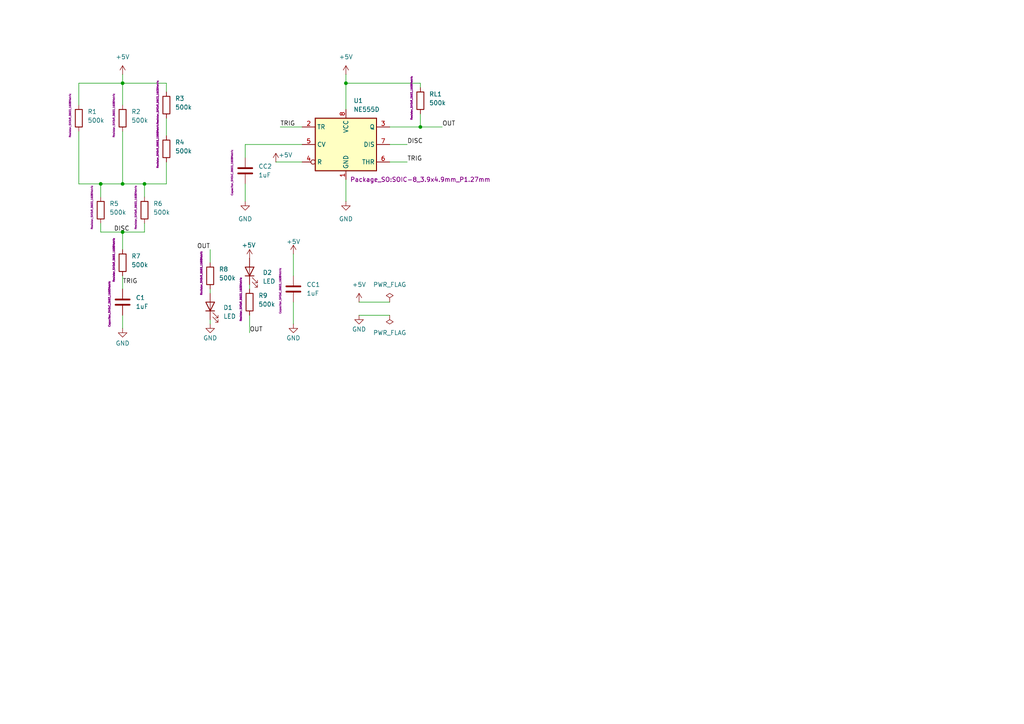
<source format=kicad_sch>
(kicad_sch
	(version 20231120)
	(generator "eeschema")
	(generator_version "8.0")
	(uuid "a15697f5-9dc9-400f-a8ea-0457a99d584f")
	(paper "A4")
	(lib_symbols
		(symbol "Device:C"
			(pin_numbers hide)
			(pin_names
				(offset 0.254)
			)
			(exclude_from_sim no)
			(in_bom yes)
			(on_board yes)
			(property "Reference" "C"
				(at 0.635 2.54 0)
				(effects
					(font
						(size 1.27 1.27)
					)
					(justify left)
				)
			)
			(property "Value" "C"
				(at 0.635 -2.54 0)
				(effects
					(font
						(size 1.27 1.27)
					)
					(justify left)
				)
			)
			(property "Footprint" ""
				(at 0.9652 -3.81 0)
				(effects
					(font
						(size 1.27 1.27)
					)
					(hide yes)
				)
			)
			(property "Datasheet" "~"
				(at 0 0 0)
				(effects
					(font
						(size 1.27 1.27)
					)
					(hide yes)
				)
			)
			(property "Description" "Unpolarized capacitor"
				(at 0 0 0)
				(effects
					(font
						(size 1.27 1.27)
					)
					(hide yes)
				)
			)
			(property "ki_keywords" "cap capacitor"
				(at 0 0 0)
				(effects
					(font
						(size 1.27 1.27)
					)
					(hide yes)
				)
			)
			(property "ki_fp_filters" "C_*"
				(at 0 0 0)
				(effects
					(font
						(size 1.27 1.27)
					)
					(hide yes)
				)
			)
			(symbol "C_0_1"
				(polyline
					(pts
						(xy -2.032 -0.762) (xy 2.032 -0.762)
					)
					(stroke
						(width 0.508)
						(type default)
					)
					(fill
						(type none)
					)
				)
				(polyline
					(pts
						(xy -2.032 0.762) (xy 2.032 0.762)
					)
					(stroke
						(width 0.508)
						(type default)
					)
					(fill
						(type none)
					)
				)
			)
			(symbol "C_1_1"
				(pin passive line
					(at 0 3.81 270)
					(length 2.794)
					(name "~"
						(effects
							(font
								(size 1.27 1.27)
							)
						)
					)
					(number "1"
						(effects
							(font
								(size 1.27 1.27)
							)
						)
					)
				)
				(pin passive line
					(at 0 -3.81 90)
					(length 2.794)
					(name "~"
						(effects
							(font
								(size 1.27 1.27)
							)
						)
					)
					(number "2"
						(effects
							(font
								(size 1.27 1.27)
							)
						)
					)
				)
			)
		)
		(symbol "Device:LED"
			(pin_numbers hide)
			(pin_names
				(offset 1.016) hide)
			(exclude_from_sim no)
			(in_bom yes)
			(on_board yes)
			(property "Reference" "D"
				(at 0 2.54 0)
				(effects
					(font
						(size 1.27 1.27)
					)
				)
			)
			(property "Value" "LED"
				(at 0 -2.54 0)
				(effects
					(font
						(size 1.27 1.27)
					)
				)
			)
			(property "Footprint" ""
				(at 0 0 0)
				(effects
					(font
						(size 1.27 1.27)
					)
					(hide yes)
				)
			)
			(property "Datasheet" "~"
				(at 0 0 0)
				(effects
					(font
						(size 1.27 1.27)
					)
					(hide yes)
				)
			)
			(property "Description" "Light emitting diode"
				(at 0 0 0)
				(effects
					(font
						(size 1.27 1.27)
					)
					(hide yes)
				)
			)
			(property "ki_keywords" "LED diode"
				(at 0 0 0)
				(effects
					(font
						(size 1.27 1.27)
					)
					(hide yes)
				)
			)
			(property "ki_fp_filters" "LED* LED_SMD:* LED_THT:*"
				(at 0 0 0)
				(effects
					(font
						(size 1.27 1.27)
					)
					(hide yes)
				)
			)
			(symbol "LED_0_1"
				(polyline
					(pts
						(xy -1.27 -1.27) (xy -1.27 1.27)
					)
					(stroke
						(width 0.254)
						(type default)
					)
					(fill
						(type none)
					)
				)
				(polyline
					(pts
						(xy -1.27 0) (xy 1.27 0)
					)
					(stroke
						(width 0)
						(type default)
					)
					(fill
						(type none)
					)
				)
				(polyline
					(pts
						(xy 1.27 -1.27) (xy 1.27 1.27) (xy -1.27 0) (xy 1.27 -1.27)
					)
					(stroke
						(width 0.254)
						(type default)
					)
					(fill
						(type none)
					)
				)
				(polyline
					(pts
						(xy -3.048 -0.762) (xy -4.572 -2.286) (xy -3.81 -2.286) (xy -4.572 -2.286) (xy -4.572 -1.524)
					)
					(stroke
						(width 0)
						(type default)
					)
					(fill
						(type none)
					)
				)
				(polyline
					(pts
						(xy -1.778 -0.762) (xy -3.302 -2.286) (xy -2.54 -2.286) (xy -3.302 -2.286) (xy -3.302 -1.524)
					)
					(stroke
						(width 0)
						(type default)
					)
					(fill
						(type none)
					)
				)
			)
			(symbol "LED_1_1"
				(pin passive line
					(at -3.81 0 0)
					(length 2.54)
					(name "K"
						(effects
							(font
								(size 1.27 1.27)
							)
						)
					)
					(number "1"
						(effects
							(font
								(size 1.27 1.27)
							)
						)
					)
				)
				(pin passive line
					(at 3.81 0 180)
					(length 2.54)
					(name "A"
						(effects
							(font
								(size 1.27 1.27)
							)
						)
					)
					(number "2"
						(effects
							(font
								(size 1.27 1.27)
							)
						)
					)
				)
			)
		)
		(symbol "Device:R"
			(pin_numbers hide)
			(pin_names
				(offset 0)
			)
			(exclude_from_sim no)
			(in_bom yes)
			(on_board yes)
			(property "Reference" "R"
				(at 2.032 0 90)
				(effects
					(font
						(size 1.27 1.27)
					)
				)
			)
			(property "Value" "R"
				(at 0 0 90)
				(effects
					(font
						(size 1.27 1.27)
					)
				)
			)
			(property "Footprint" ""
				(at -1.778 0 90)
				(effects
					(font
						(size 1.27 1.27)
					)
					(hide yes)
				)
			)
			(property "Datasheet" "~"
				(at 0 0 0)
				(effects
					(font
						(size 1.27 1.27)
					)
					(hide yes)
				)
			)
			(property "Description" "Resistor"
				(at 0 0 0)
				(effects
					(font
						(size 1.27 1.27)
					)
					(hide yes)
				)
			)
			(property "ki_keywords" "R res resistor"
				(at 0 0 0)
				(effects
					(font
						(size 1.27 1.27)
					)
					(hide yes)
				)
			)
			(property "ki_fp_filters" "R_*"
				(at 0 0 0)
				(effects
					(font
						(size 1.27 1.27)
					)
					(hide yes)
				)
			)
			(symbol "R_0_1"
				(rectangle
					(start -1.016 -2.54)
					(end 1.016 2.54)
					(stroke
						(width 0.254)
						(type default)
					)
					(fill
						(type none)
					)
				)
			)
			(symbol "R_1_1"
				(pin passive line
					(at 0 3.81 270)
					(length 1.27)
					(name "~"
						(effects
							(font
								(size 1.27 1.27)
							)
						)
					)
					(number "1"
						(effects
							(font
								(size 1.27 1.27)
							)
						)
					)
				)
				(pin passive line
					(at 0 -3.81 90)
					(length 1.27)
					(name "~"
						(effects
							(font
								(size 1.27 1.27)
							)
						)
					)
					(number "2"
						(effects
							(font
								(size 1.27 1.27)
							)
						)
					)
				)
			)
		)
		(symbol "Timer:NE555D"
			(exclude_from_sim no)
			(in_bom yes)
			(on_board yes)
			(property "Reference" "U"
				(at -10.16 8.89 0)
				(effects
					(font
						(size 1.27 1.27)
					)
					(justify left)
				)
			)
			(property "Value" "NE555D"
				(at 2.54 8.89 0)
				(effects
					(font
						(size 1.27 1.27)
					)
					(justify left)
				)
			)
			(property "Footprint" "Package_SO:SOIC-8_3.9x4.9mm_P1.27mm"
				(at 21.59 -10.16 0)
				(effects
					(font
						(size 1.27 1.27)
					)
					(hide yes)
				)
			)
			(property "Datasheet" "http://www.ti.com/lit/ds/symlink/ne555.pdf"
				(at 21.59 -10.16 0)
				(effects
					(font
						(size 1.27 1.27)
					)
					(hide yes)
				)
			)
			(property "Description" "Precision Timers, 555 compatible, SOIC-8"
				(at 0 0 0)
				(effects
					(font
						(size 1.27 1.27)
					)
					(hide yes)
				)
			)
			(property "ki_keywords" "single timer 555"
				(at 0 0 0)
				(effects
					(font
						(size 1.27 1.27)
					)
					(hide yes)
				)
			)
			(property "ki_fp_filters" "SOIC*3.9x4.9mm*P1.27mm*"
				(at 0 0 0)
				(effects
					(font
						(size 1.27 1.27)
					)
					(hide yes)
				)
			)
			(symbol "NE555D_0_0"
				(pin power_in line
					(at 0 -10.16 90)
					(length 2.54)
					(name "GND"
						(effects
							(font
								(size 1.27 1.27)
							)
						)
					)
					(number "1"
						(effects
							(font
								(size 1.27 1.27)
							)
						)
					)
				)
				(pin power_in line
					(at 0 10.16 270)
					(length 2.54)
					(name "VCC"
						(effects
							(font
								(size 1.27 1.27)
							)
						)
					)
					(number "8"
						(effects
							(font
								(size 1.27 1.27)
							)
						)
					)
				)
			)
			(symbol "NE555D_0_1"
				(rectangle
					(start -8.89 -7.62)
					(end 8.89 7.62)
					(stroke
						(width 0.254)
						(type default)
					)
					(fill
						(type background)
					)
				)
				(rectangle
					(start -8.89 -7.62)
					(end 8.89 7.62)
					(stroke
						(width 0.254)
						(type default)
					)
					(fill
						(type background)
					)
				)
			)
			(symbol "NE555D_1_1"
				(pin input line
					(at -12.7 5.08 0)
					(length 3.81)
					(name "TR"
						(effects
							(font
								(size 1.27 1.27)
							)
						)
					)
					(number "2"
						(effects
							(font
								(size 1.27 1.27)
							)
						)
					)
				)
				(pin output line
					(at 12.7 5.08 180)
					(length 3.81)
					(name "Q"
						(effects
							(font
								(size 1.27 1.27)
							)
						)
					)
					(number "3"
						(effects
							(font
								(size 1.27 1.27)
							)
						)
					)
				)
				(pin input inverted
					(at -12.7 -5.08 0)
					(length 3.81)
					(name "R"
						(effects
							(font
								(size 1.27 1.27)
							)
						)
					)
					(number "4"
						(effects
							(font
								(size 1.27 1.27)
							)
						)
					)
				)
				(pin input line
					(at -12.7 0 0)
					(length 3.81)
					(name "CV"
						(effects
							(font
								(size 1.27 1.27)
							)
						)
					)
					(number "5"
						(effects
							(font
								(size 1.27 1.27)
							)
						)
					)
				)
				(pin input line
					(at 12.7 -5.08 180)
					(length 3.81)
					(name "THR"
						(effects
							(font
								(size 1.27 1.27)
							)
						)
					)
					(number "6"
						(effects
							(font
								(size 1.27 1.27)
							)
						)
					)
				)
				(pin input line
					(at 12.7 0 180)
					(length 3.81)
					(name "DIS"
						(effects
							(font
								(size 1.27 1.27)
							)
						)
					)
					(number "7"
						(effects
							(font
								(size 1.27 1.27)
							)
						)
					)
				)
			)
		)
		(symbol "power:+5V"
			(power)
			(pin_numbers hide)
			(pin_names
				(offset 0) hide)
			(exclude_from_sim no)
			(in_bom yes)
			(on_board yes)
			(property "Reference" "#PWR"
				(at 0 -3.81 0)
				(effects
					(font
						(size 1.27 1.27)
					)
					(hide yes)
				)
			)
			(property "Value" "+5V"
				(at 0 3.556 0)
				(effects
					(font
						(size 1.27 1.27)
					)
				)
			)
			(property "Footprint" ""
				(at 0 0 0)
				(effects
					(font
						(size 1.27 1.27)
					)
					(hide yes)
				)
			)
			(property "Datasheet" ""
				(at 0 0 0)
				(effects
					(font
						(size 1.27 1.27)
					)
					(hide yes)
				)
			)
			(property "Description" "Power symbol creates a global label with name \"+5V\""
				(at 0 0 0)
				(effects
					(font
						(size 1.27 1.27)
					)
					(hide yes)
				)
			)
			(property "ki_keywords" "global power"
				(at 0 0 0)
				(effects
					(font
						(size 1.27 1.27)
					)
					(hide yes)
				)
			)
			(symbol "+5V_0_1"
				(polyline
					(pts
						(xy -0.762 1.27) (xy 0 2.54)
					)
					(stroke
						(width 0)
						(type default)
					)
					(fill
						(type none)
					)
				)
				(polyline
					(pts
						(xy 0 0) (xy 0 2.54)
					)
					(stroke
						(width 0)
						(type default)
					)
					(fill
						(type none)
					)
				)
				(polyline
					(pts
						(xy 0 2.54) (xy 0.762 1.27)
					)
					(stroke
						(width 0)
						(type default)
					)
					(fill
						(type none)
					)
				)
			)
			(symbol "+5V_1_1"
				(pin power_in line
					(at 0 0 90)
					(length 0)
					(name "~"
						(effects
							(font
								(size 1.27 1.27)
							)
						)
					)
					(number "1"
						(effects
							(font
								(size 1.27 1.27)
							)
						)
					)
				)
			)
		)
		(symbol "power:GND"
			(power)
			(pin_numbers hide)
			(pin_names
				(offset 0) hide)
			(exclude_from_sim no)
			(in_bom yes)
			(on_board yes)
			(property "Reference" "#PWR"
				(at 0 -6.35 0)
				(effects
					(font
						(size 1.27 1.27)
					)
					(hide yes)
				)
			)
			(property "Value" "GND"
				(at 0 -3.81 0)
				(effects
					(font
						(size 1.27 1.27)
					)
				)
			)
			(property "Footprint" ""
				(at 0 0 0)
				(effects
					(font
						(size 1.27 1.27)
					)
					(hide yes)
				)
			)
			(property "Datasheet" ""
				(at 0 0 0)
				(effects
					(font
						(size 1.27 1.27)
					)
					(hide yes)
				)
			)
			(property "Description" "Power symbol creates a global label with name \"GND\" , ground"
				(at 0 0 0)
				(effects
					(font
						(size 1.27 1.27)
					)
					(hide yes)
				)
			)
			(property "ki_keywords" "global power"
				(at 0 0 0)
				(effects
					(font
						(size 1.27 1.27)
					)
					(hide yes)
				)
			)
			(symbol "GND_0_1"
				(polyline
					(pts
						(xy 0 0) (xy 0 -1.27) (xy 1.27 -1.27) (xy 0 -2.54) (xy -1.27 -1.27) (xy 0 -1.27)
					)
					(stroke
						(width 0)
						(type default)
					)
					(fill
						(type none)
					)
				)
			)
			(symbol "GND_1_1"
				(pin power_in line
					(at 0 0 270)
					(length 0)
					(name "~"
						(effects
							(font
								(size 1.27 1.27)
							)
						)
					)
					(number "1"
						(effects
							(font
								(size 1.27 1.27)
							)
						)
					)
				)
			)
		)
		(symbol "power:PWR_FLAG"
			(power)
			(pin_numbers hide)
			(pin_names
				(offset 0) hide)
			(exclude_from_sim no)
			(in_bom yes)
			(on_board yes)
			(property "Reference" "#FLG"
				(at 0 1.905 0)
				(effects
					(font
						(size 1.27 1.27)
					)
					(hide yes)
				)
			)
			(property "Value" "PWR_FLAG"
				(at 0 3.81 0)
				(effects
					(font
						(size 1.27 1.27)
					)
				)
			)
			(property "Footprint" ""
				(at 0 0 0)
				(effects
					(font
						(size 1.27 1.27)
					)
					(hide yes)
				)
			)
			(property "Datasheet" "~"
				(at 0 0 0)
				(effects
					(font
						(size 1.27 1.27)
					)
					(hide yes)
				)
			)
			(property "Description" "Special symbol for telling ERC where power comes from"
				(at 0 0 0)
				(effects
					(font
						(size 1.27 1.27)
					)
					(hide yes)
				)
			)
			(property "ki_keywords" "flag power"
				(at 0 0 0)
				(effects
					(font
						(size 1.27 1.27)
					)
					(hide yes)
				)
			)
			(symbol "PWR_FLAG_0_0"
				(pin power_out line
					(at 0 0 90)
					(length 0)
					(name "~"
						(effects
							(font
								(size 1.27 1.27)
							)
						)
					)
					(number "1"
						(effects
							(font
								(size 1.27 1.27)
							)
						)
					)
				)
			)
			(symbol "PWR_FLAG_0_1"
				(polyline
					(pts
						(xy 0 0) (xy 0 1.27) (xy -1.016 1.905) (xy 0 2.54) (xy 1.016 1.905) (xy 0 1.27)
					)
					(stroke
						(width 0)
						(type default)
					)
					(fill
						(type none)
					)
				)
			)
		)
	)
	(junction
		(at 35.56 24.13)
		(diameter 0)
		(color 0 0 0 0)
		(uuid "19f47811-9146-446b-9049-52a364af1d37")
	)
	(junction
		(at 35.56 53.34)
		(diameter 0)
		(color 0 0 0 0)
		(uuid "27d44084-002f-479e-bb6a-f189f826cec4")
	)
	(junction
		(at 41.91 53.34)
		(diameter 0)
		(color 0 0 0 0)
		(uuid "2fc82a3f-a066-4e92-aeb6-c95814319583")
	)
	(junction
		(at 100.33 24.13)
		(diameter 0)
		(color 0 0 0 0)
		(uuid "75fa3420-d3da-4bef-bd98-2bf95eb0f5dd")
	)
	(junction
		(at 35.56 67.31)
		(diameter 0)
		(color 0 0 0 0)
		(uuid "d03a9921-67a0-4653-9254-b37adfa7184f")
	)
	(junction
		(at 121.92 36.83)
		(diameter 0)
		(color 0 0 0 0)
		(uuid "d68ab62b-21b2-4449-aab9-2241d1b3b40d")
	)
	(junction
		(at 29.21 53.34)
		(diameter 0)
		(color 0 0 0 0)
		(uuid "e2a13ec2-edfb-4d23-8675-cd538847cb1a")
	)
	(wire
		(pts
			(xy 35.56 38.1) (xy 35.56 53.34)
		)
		(stroke
			(width 0)
			(type default)
		)
		(uuid "02a5c389-b6cb-403a-a214-268d35d372e7")
	)
	(wire
		(pts
			(xy 48.26 34.29) (xy 48.26 39.37)
		)
		(stroke
			(width 0)
			(type default)
		)
		(uuid "0b4c2ffb-5d10-4a1d-bd9d-cfe1fa912039")
	)
	(wire
		(pts
			(xy 85.09 80.01) (xy 85.09 73.66)
		)
		(stroke
			(width 0)
			(type default)
		)
		(uuid "161d72fa-4774-4e0e-90e1-37be0036ec64")
	)
	(wire
		(pts
			(xy 29.21 64.77) (xy 29.21 67.31)
		)
		(stroke
			(width 0)
			(type default)
		)
		(uuid "1b4e7f9a-65e1-4f06-8da1-a1c822ca1bc6")
	)
	(wire
		(pts
			(xy 100.33 24.13) (xy 100.33 31.75)
		)
		(stroke
			(width 0)
			(type default)
		)
		(uuid "1f690e7c-9e50-4dc1-b416-ea2eddf9c672")
	)
	(wire
		(pts
			(xy 72.39 91.44) (xy 72.39 96.52)
		)
		(stroke
			(width 0)
			(type default)
		)
		(uuid "22b70d80-136d-432d-834d-04fc654977b6")
	)
	(wire
		(pts
			(xy 113.03 87.63) (xy 104.14 87.63)
		)
		(stroke
			(width 0)
			(type default)
		)
		(uuid "244d0cf9-d6f6-462d-a4d8-ad8c373c5f0a")
	)
	(wire
		(pts
			(xy 60.96 76.2) (xy 60.96 72.39)
		)
		(stroke
			(width 0)
			(type default)
		)
		(uuid "27338ada-6b15-4574-b890-97c3a734acbe")
	)
	(wire
		(pts
			(xy 35.56 21.59) (xy 35.56 24.13)
		)
		(stroke
			(width 0)
			(type default)
		)
		(uuid "28b97ad2-cf76-4386-ac11-926200b77c0b")
	)
	(wire
		(pts
			(xy 35.56 95.25) (xy 35.56 91.44)
		)
		(stroke
			(width 0)
			(type default)
		)
		(uuid "34c892cc-4699-4e1e-9fe8-acc9531c4314")
	)
	(wire
		(pts
			(xy 29.21 53.34) (xy 35.56 53.34)
		)
		(stroke
			(width 0)
			(type default)
		)
		(uuid "3a4ab901-1dfb-4a0d-b371-97e560bbaf45")
	)
	(wire
		(pts
			(xy 22.86 53.34) (xy 29.21 53.34)
		)
		(stroke
			(width 0)
			(type default)
		)
		(uuid "3aa0178e-9810-48dd-a0af-87117519c434")
	)
	(wire
		(pts
			(xy 104.14 91.44) (xy 113.03 91.44)
		)
		(stroke
			(width 0)
			(type default)
		)
		(uuid "3ec9c863-2fc7-445d-aa0a-e093ffa953c5")
	)
	(wire
		(pts
			(xy 35.56 67.31) (xy 35.56 72.39)
		)
		(stroke
			(width 0)
			(type default)
		)
		(uuid "467ffef2-b9dc-4dce-b9ed-664e36bbbe8f")
	)
	(wire
		(pts
			(xy 71.12 41.91) (xy 87.63 41.91)
		)
		(stroke
			(width 0)
			(type default)
		)
		(uuid "48f1b8f5-c9d6-46b9-b971-a5be2148082d")
	)
	(wire
		(pts
			(xy 48.26 53.34) (xy 48.26 46.99)
		)
		(stroke
			(width 0)
			(type default)
		)
		(uuid "4f83d932-692f-428c-afd8-875f4fa5455b")
	)
	(wire
		(pts
			(xy 121.92 36.83) (xy 121.92 33.02)
		)
		(stroke
			(width 0)
			(type default)
		)
		(uuid "585dc8be-9b03-426a-b5b7-0b2c58880a00")
	)
	(wire
		(pts
			(xy 41.91 67.31) (xy 41.91 64.77)
		)
		(stroke
			(width 0)
			(type default)
		)
		(uuid "5905ad63-cb66-4ce1-b898-3b16e32a7064")
	)
	(wire
		(pts
			(xy 41.91 53.34) (xy 41.91 57.15)
		)
		(stroke
			(width 0)
			(type default)
		)
		(uuid "5db1052e-c079-4aca-b05c-02f1b5db338a")
	)
	(wire
		(pts
			(xy 113.03 46.99) (xy 118.11 46.99)
		)
		(stroke
			(width 0)
			(type default)
		)
		(uuid "61af52f5-455b-4d7c-95d9-ee7957790382")
	)
	(wire
		(pts
			(xy 100.33 24.13) (xy 121.92 24.13)
		)
		(stroke
			(width 0)
			(type default)
		)
		(uuid "63a8ed40-6b9d-40d0-9f73-e1444483f7cc")
	)
	(wire
		(pts
			(xy 113.03 36.83) (xy 121.92 36.83)
		)
		(stroke
			(width 0)
			(type default)
		)
		(uuid "66ed3995-abf9-4fa1-aac2-97fb91ea6e79")
	)
	(wire
		(pts
			(xy 71.12 45.72) (xy 71.12 41.91)
		)
		(stroke
			(width 0)
			(type default)
		)
		(uuid "749ebb34-d556-4717-a7e2-13d0a2e62a4f")
	)
	(wire
		(pts
			(xy 113.03 41.91) (xy 118.11 41.91)
		)
		(stroke
			(width 0)
			(type default)
		)
		(uuid "761902eb-bbab-451f-ac6b-58e10b15b72c")
	)
	(wire
		(pts
			(xy 121.92 24.13) (xy 121.92 25.4)
		)
		(stroke
			(width 0)
			(type default)
		)
		(uuid "77f7a9db-873f-4a93-b5c2-f72e6f62cb6e")
	)
	(wire
		(pts
			(xy 35.56 24.13) (xy 48.26 24.13)
		)
		(stroke
			(width 0)
			(type default)
		)
		(uuid "81d58328-bab0-4a30-81d4-94dd5da41a7e")
	)
	(wire
		(pts
			(xy 48.26 24.13) (xy 48.26 26.67)
		)
		(stroke
			(width 0)
			(type default)
		)
		(uuid "821e9e95-8629-45a8-966e-31a6fd06b3ba")
	)
	(wire
		(pts
			(xy 60.96 83.82) (xy 60.96 85.09)
		)
		(stroke
			(width 0)
			(type default)
		)
		(uuid "86c12371-6d30-4f86-88ed-f4c9e1f531e8")
	)
	(wire
		(pts
			(xy 22.86 30.48) (xy 22.86 24.13)
		)
		(stroke
			(width 0)
			(type default)
		)
		(uuid "8f6dafd5-71fb-40da-8c7d-e7c4ab48339d")
	)
	(wire
		(pts
			(xy 22.86 24.13) (xy 35.56 24.13)
		)
		(stroke
			(width 0)
			(type default)
		)
		(uuid "95940ef8-90b2-4396-a8ac-9d2fd8f28923")
	)
	(wire
		(pts
			(xy 41.91 53.34) (xy 48.26 53.34)
		)
		(stroke
			(width 0)
			(type default)
		)
		(uuid "97553ec5-e3e3-4139-b297-d8624a1eb804")
	)
	(wire
		(pts
			(xy 29.21 53.34) (xy 29.21 57.15)
		)
		(stroke
			(width 0)
			(type default)
		)
		(uuid "9919034a-8540-48c9-88cc-d35f525d2749")
	)
	(wire
		(pts
			(xy 72.39 82.55) (xy 72.39 83.82)
		)
		(stroke
			(width 0)
			(type default)
		)
		(uuid "992caa62-cb1f-4ff2-bbd5-250f78001883")
	)
	(wire
		(pts
			(xy 35.56 24.13) (xy 35.56 30.48)
		)
		(stroke
			(width 0)
			(type default)
		)
		(uuid "9c38a78a-b15c-425f-bde4-a4a2f9fc056a")
	)
	(wire
		(pts
			(xy 22.86 38.1) (xy 22.86 53.34)
		)
		(stroke
			(width 0)
			(type default)
		)
		(uuid "9f8eb028-7e1a-4a9c-ae95-e9a477cb695e")
	)
	(wire
		(pts
			(xy 81.28 36.83) (xy 87.63 36.83)
		)
		(stroke
			(width 0)
			(type default)
		)
		(uuid "a461c615-3676-4cef-b9d0-de8089474669")
	)
	(wire
		(pts
			(xy 35.56 67.31) (xy 41.91 67.31)
		)
		(stroke
			(width 0)
			(type default)
		)
		(uuid "afe1f22e-1699-4f4c-a467-27b68640a70b")
	)
	(wire
		(pts
			(xy 60.96 93.98) (xy 60.96 92.71)
		)
		(stroke
			(width 0)
			(type default)
		)
		(uuid "b6284f89-ba13-4f0b-b018-7bcab3b4dc27")
	)
	(wire
		(pts
			(xy 35.56 80.01) (xy 35.56 83.82)
		)
		(stroke
			(width 0)
			(type default)
		)
		(uuid "b78a30f7-524c-4f8f-a83a-6ff2ccbe3028")
	)
	(wire
		(pts
			(xy 100.33 21.59) (xy 100.33 24.13)
		)
		(stroke
			(width 0)
			(type default)
		)
		(uuid "b8de54da-e746-410f-9fc8-6bb2f46875f9")
	)
	(wire
		(pts
			(xy 121.92 36.83) (xy 128.27 36.83)
		)
		(stroke
			(width 0)
			(type default)
		)
		(uuid "bb8dfa59-377f-4a9f-b435-8d22cb470489")
	)
	(wire
		(pts
			(xy 71.12 53.34) (xy 71.12 58.42)
		)
		(stroke
			(width 0)
			(type default)
		)
		(uuid "bf6edbc7-7d72-4e35-b072-127193723264")
	)
	(wire
		(pts
			(xy 100.33 52.07) (xy 100.33 58.42)
		)
		(stroke
			(width 0)
			(type default)
		)
		(uuid "cbfbb93f-c633-487a-8139-28175a6205ec")
	)
	(wire
		(pts
			(xy 35.56 53.34) (xy 41.91 53.34)
		)
		(stroke
			(width 0)
			(type default)
		)
		(uuid "d953a967-1c00-4ad7-80da-8f6a83204a73")
	)
	(wire
		(pts
			(xy 85.09 93.98) (xy 85.09 87.63)
		)
		(stroke
			(width 0)
			(type default)
		)
		(uuid "e1a1ebee-a1cc-461c-9911-bc9c8a161207")
	)
	(wire
		(pts
			(xy 80.01 46.99) (xy 87.63 46.99)
		)
		(stroke
			(width 0)
			(type default)
		)
		(uuid "f252e5aa-4fd2-459d-8322-4e348e37a459")
	)
	(wire
		(pts
			(xy 29.21 67.31) (xy 35.56 67.31)
		)
		(stroke
			(width 0)
			(type default)
		)
		(uuid "f7743bb5-d548-4c90-90e9-84928cae317e")
	)
	(label "TRIG"
		(at 118.11 46.99 0)
		(fields_autoplaced yes)
		(effects
			(font
				(size 1.27 1.27)
			)
			(justify left bottom)
		)
		(uuid "080929dd-1fe7-4556-bd16-e25befca287f")
	)
	(label "OUT"
		(at 60.96 72.39 180)
		(fields_autoplaced yes)
		(effects
			(font
				(size 1.27 1.27)
			)
			(justify right bottom)
		)
		(uuid "36c07f84-9896-4554-b618-f85bb7917170")
	)
	(label "OUT"
		(at 72.39 96.52 0)
		(fields_autoplaced yes)
		(effects
			(font
				(size 1.27 1.27)
			)
			(justify left bottom)
		)
		(uuid "60f49627-c4a7-4cef-99d4-6a7f2710767b")
	)
	(label "OUT"
		(at 128.27 36.83 0)
		(fields_autoplaced yes)
		(effects
			(font
				(size 1.27 1.27)
			)
			(justify left bottom)
		)
		(uuid "6f564d91-e086-4246-9d2a-f01387c421d6")
	)
	(label "TRIG"
		(at 35.56 82.55 0)
		(fields_autoplaced yes)
		(effects
			(font
				(size 1.27 1.27)
			)
			(justify left bottom)
		)
		(uuid "8c33a381-b6e8-49df-9088-0c3e4485efa4")
	)
	(label "DISC"
		(at 118.11 41.91 0)
		(fields_autoplaced yes)
		(effects
			(font
				(size 1.27 1.27)
			)
			(justify left bottom)
		)
		(uuid "ad785477-34e2-489d-ac1b-4869e3eb50bf")
	)
	(label "TRIG"
		(at 81.28 36.83 0)
		(fields_autoplaced yes)
		(effects
			(font
				(size 1.27 1.27)
			)
			(justify left bottom)
		)
		(uuid "bd1e3099-0c0c-4f88-88e0-5c69905882e1")
	)
	(label "DISC"
		(at 33.02 67.31 0)
		(fields_autoplaced yes)
		(effects
			(font
				(size 1.27 1.27)
			)
			(justify left bottom)
		)
		(uuid "c9eeaa20-68ad-42c8-989e-702b735b5225")
	)
	(symbol
		(lib_id "Device:R")
		(at 60.96 80.01 0)
		(unit 1)
		(exclude_from_sim no)
		(in_bom yes)
		(on_board yes)
		(dnp no)
		(uuid "0955d4a5-8c79-4cdb-9d3e-52b7c4e9b5cb")
		(property "Reference" "R8"
			(at 63.5 78.1049 0)
			(effects
				(font
					(size 1.27 1.27)
				)
				(justify left)
			)
		)
		(property "Value" "500k"
			(at 63.5 80.6449 0)
			(effects
				(font
					(size 1.27 1.27)
				)
				(justify left)
			)
		)
		(property "Footprint" "Resistor_SMD:R_0603_1608Metric"
			(at 58.42 85.598 90)
			(effects
				(font
					(size 0.508 0.508)
				)
				(justify left)
			)
		)
		(property "Datasheet" "~"
			(at 60.96 80.01 0)
			(effects
				(font
					(size 1.27 1.27)
				)
				(hide yes)
			)
		)
		(property "Description" "Resistor"
			(at 60.96 80.01 0)
			(effects
				(font
					(size 1.27 1.27)
				)
				(hide yes)
			)
		)
		(pin "1"
			(uuid "d1850570-5a97-4ab0-acf4-d37dfb35f0d2")
		)
		(pin "2"
			(uuid "cec69c4d-b50a-4652-909a-b6a6e2f94bde")
		)
		(instances
			(project "mihai555"
				(path "/a15697f5-9dc9-400f-a8ea-0457a99d584f"
					(reference "R8")
					(unit 1)
				)
			)
		)
	)
	(symbol
		(lib_id "Device:R")
		(at 72.39 87.63 0)
		(unit 1)
		(exclude_from_sim no)
		(in_bom yes)
		(on_board yes)
		(dnp no)
		(uuid "2edcadfb-2c68-4f87-b253-0390049ce237")
		(property "Reference" "R9"
			(at 74.93 85.7249 0)
			(effects
				(font
					(size 1.27 1.27)
				)
				(justify left)
			)
		)
		(property "Value" "500k"
			(at 74.93 88.2649 0)
			(effects
				(font
					(size 1.27 1.27)
				)
				(justify left)
			)
		)
		(property "Footprint" "Resistor_SMD:R_0603_1608Metric"
			(at 69.85 93.218 90)
			(effects
				(font
					(size 0.508 0.508)
				)
				(justify left)
			)
		)
		(property "Datasheet" "~"
			(at 72.39 87.63 0)
			(effects
				(font
					(size 1.27 1.27)
				)
				(hide yes)
			)
		)
		(property "Description" "Resistor"
			(at 72.39 87.63 0)
			(effects
				(font
					(size 1.27 1.27)
				)
				(hide yes)
			)
		)
		(pin "1"
			(uuid "1f2bc197-d14f-4367-93af-b408b09fbafe")
		)
		(pin "2"
			(uuid "2485394e-b7ff-44b9-907d-b6fd2dba52f1")
		)
		(instances
			(project "mihai555"
				(path "/a15697f5-9dc9-400f-a8ea-0457a99d584f"
					(reference "R9")
					(unit 1)
				)
			)
		)
	)
	(symbol
		(lib_id "power:GND")
		(at 35.56 95.25 0)
		(unit 1)
		(exclude_from_sim no)
		(in_bom yes)
		(on_board yes)
		(dnp no)
		(uuid "3744e383-b704-4606-aade-4223fb319371")
		(property "Reference" "#PWR02"
			(at 35.56 101.6 0)
			(effects
				(font
					(size 1.27 1.27)
				)
				(hide yes)
			)
		)
		(property "Value" "GND"
			(at 35.56 99.568 0)
			(effects
				(font
					(size 1.27 1.27)
				)
			)
		)
		(property "Footprint" ""
			(at 35.56 95.25 0)
			(effects
				(font
					(size 1.27 1.27)
				)
				(hide yes)
			)
		)
		(property "Datasheet" ""
			(at 35.56 95.25 0)
			(effects
				(font
					(size 1.27 1.27)
				)
				(hide yes)
			)
		)
		(property "Description" "Power symbol creates a global label with name \"GND\" , ground"
			(at 35.56 95.25 0)
			(effects
				(font
					(size 1.27 1.27)
				)
				(hide yes)
			)
		)
		(pin "1"
			(uuid "acd98dde-548c-4cbb-bc9a-bb4c49240fd1")
		)
		(instances
			(project ""
				(path "/a15697f5-9dc9-400f-a8ea-0457a99d584f"
					(reference "#PWR02")
					(unit 1)
				)
			)
		)
	)
	(symbol
		(lib_id "Device:R")
		(at 35.56 76.2 0)
		(unit 1)
		(exclude_from_sim no)
		(in_bom yes)
		(on_board yes)
		(dnp no)
		(uuid "4b5f9bf4-f72a-4571-abbe-68dbd3c11740")
		(property "Reference" "R7"
			(at 38.1 74.2949 0)
			(effects
				(font
					(size 1.27 1.27)
				)
				(justify left)
			)
		)
		(property "Value" "500k"
			(at 38.1 76.8349 0)
			(effects
				(font
					(size 1.27 1.27)
				)
				(justify left)
			)
		)
		(property "Footprint" "Resistor_SMD:R_0603_1608Metric"
			(at 33.02 81.788 90)
			(effects
				(font
					(size 0.508 0.508)
				)
				(justify left)
			)
		)
		(property "Datasheet" "~"
			(at 35.56 76.2 0)
			(effects
				(font
					(size 1.27 1.27)
				)
				(hide yes)
			)
		)
		(property "Description" "Resistor"
			(at 35.56 76.2 0)
			(effects
				(font
					(size 1.27 1.27)
				)
				(hide yes)
			)
		)
		(pin "1"
			(uuid "b43815d0-948a-4d01-8b89-c18d02b40a63")
		)
		(pin "2"
			(uuid "77ad7fc9-9273-49ac-8e07-1c95c52c4130")
		)
		(instances
			(project "mihai555"
				(path "/a15697f5-9dc9-400f-a8ea-0457a99d584f"
					(reference "R7")
					(unit 1)
				)
			)
		)
	)
	(symbol
		(lib_id "power:+5V")
		(at 104.14 87.63 0)
		(unit 1)
		(exclude_from_sim no)
		(in_bom yes)
		(on_board yes)
		(dnp no)
		(fields_autoplaced yes)
		(uuid "5898e782-5d58-4a47-9792-de611e3bd27e")
		(property "Reference" "#PWR013"
			(at 104.14 91.44 0)
			(effects
				(font
					(size 1.27 1.27)
				)
				(hide yes)
			)
		)
		(property "Value" "+5V"
			(at 104.14 82.55 0)
			(effects
				(font
					(size 1.27 1.27)
				)
			)
		)
		(property "Footprint" ""
			(at 104.14 87.63 0)
			(effects
				(font
					(size 1.27 1.27)
				)
				(hide yes)
			)
		)
		(property "Datasheet" ""
			(at 104.14 87.63 0)
			(effects
				(font
					(size 1.27 1.27)
				)
				(hide yes)
			)
		)
		(property "Description" "Power symbol creates a global label with name \"+5V\""
			(at 104.14 87.63 0)
			(effects
				(font
					(size 1.27 1.27)
				)
				(hide yes)
			)
		)
		(pin "1"
			(uuid "92ace1c9-ae12-4c31-8667-83187d904551")
		)
		(instances
			(project "mihai555"
				(path "/a15697f5-9dc9-400f-a8ea-0457a99d584f"
					(reference "#PWR013")
					(unit 1)
				)
			)
		)
	)
	(symbol
		(lib_id "Device:R")
		(at 29.21 60.96 0)
		(unit 1)
		(exclude_from_sim no)
		(in_bom yes)
		(on_board yes)
		(dnp no)
		(uuid "65d66da8-780f-4ca4-8a20-6c9b69d443d4")
		(property "Reference" "R5"
			(at 31.75 59.0549 0)
			(effects
				(font
					(size 1.27 1.27)
				)
				(justify left)
			)
		)
		(property "Value" "500k"
			(at 31.75 61.5949 0)
			(effects
				(font
					(size 1.27 1.27)
				)
				(justify left)
			)
		)
		(property "Footprint" "Resistor_SMD:R_0603_1608Metric"
			(at 26.67 66.548 90)
			(effects
				(font
					(size 0.508 0.508)
				)
				(justify left)
			)
		)
		(property "Datasheet" "~"
			(at 29.21 60.96 0)
			(effects
				(font
					(size 1.27 1.27)
				)
				(hide yes)
			)
		)
		(property "Description" "Resistor"
			(at 29.21 60.96 0)
			(effects
				(font
					(size 1.27 1.27)
				)
				(hide yes)
			)
		)
		(pin "1"
			(uuid "1a0773cb-5bdd-4e05-8011-79082759d3dc")
		)
		(pin "2"
			(uuid "0e3b742a-8816-44a5-99df-f507459ae529")
		)
		(instances
			(project "mihai555"
				(path "/a15697f5-9dc9-400f-a8ea-0457a99d584f"
					(reference "R5")
					(unit 1)
				)
			)
		)
	)
	(symbol
		(lib_id "Device:C")
		(at 85.09 83.82 0)
		(unit 1)
		(exclude_from_sim no)
		(in_bom yes)
		(on_board yes)
		(dnp no)
		(uuid "6be36f44-d17b-485b-9727-bb47ecf42e75")
		(property "Reference" "CC1"
			(at 88.9 82.5499 0)
			(effects
				(font
					(size 1.27 1.27)
				)
				(justify left)
			)
		)
		(property "Value" "1uF"
			(at 88.9 85.0899 0)
			(effects
				(font
					(size 1.27 1.27)
				)
				(justify left)
			)
		)
		(property "Footprint" "Capacitor_SMD:C_0603_1608Metric"
			(at 81.28 84.328 90)
			(effects
				(font
					(size 0.508 0.508)
				)
			)
		)
		(property "Datasheet" "~"
			(at 85.09 83.82 0)
			(effects
				(font
					(size 1.27 1.27)
				)
				(hide yes)
			)
		)
		(property "Description" "Unpolarized capacitor"
			(at 85.09 83.82 0)
			(effects
				(font
					(size 1.27 1.27)
				)
				(hide yes)
			)
		)
		(pin "1"
			(uuid "3f1e81ff-3866-4e37-b080-47ab2d6d43e5")
		)
		(pin "2"
			(uuid "96b073dd-aa52-493f-be4a-e66267b04d50")
		)
		(instances
			(project "mihai555"
				(path "/a15697f5-9dc9-400f-a8ea-0457a99d584f"
					(reference "CC1")
					(unit 1)
				)
			)
		)
	)
	(symbol
		(lib_id "power:GND")
		(at 60.96 93.98 0)
		(unit 1)
		(exclude_from_sim no)
		(in_bom yes)
		(on_board yes)
		(dnp no)
		(uuid "817e8575-8f4b-4593-83de-f0a7e9e5b29c")
		(property "Reference" "#PWR07"
			(at 60.96 100.33 0)
			(effects
				(font
					(size 1.27 1.27)
				)
				(hide yes)
			)
		)
		(property "Value" "GND"
			(at 60.96 98.044 0)
			(effects
				(font
					(size 1.27 1.27)
				)
			)
		)
		(property "Footprint" ""
			(at 60.96 93.98 0)
			(effects
				(font
					(size 1.27 1.27)
				)
				(hide yes)
			)
		)
		(property "Datasheet" ""
			(at 60.96 93.98 0)
			(effects
				(font
					(size 1.27 1.27)
				)
				(hide yes)
			)
		)
		(property "Description" "Power symbol creates a global label with name \"GND\" , ground"
			(at 60.96 93.98 0)
			(effects
				(font
					(size 1.27 1.27)
				)
				(hide yes)
			)
		)
		(pin "1"
			(uuid "0de4feb6-7df2-418a-ac78-d14662ec8cde")
		)
		(instances
			(project "mihai555"
				(path "/a15697f5-9dc9-400f-a8ea-0457a99d584f"
					(reference "#PWR07")
					(unit 1)
				)
			)
		)
	)
	(symbol
		(lib_id "power:+5V")
		(at 80.01 46.99 0)
		(unit 1)
		(exclude_from_sim no)
		(in_bom yes)
		(on_board yes)
		(dnp no)
		(uuid "83d7ff1d-a116-4889-95a2-a4b089ba7fa4")
		(property "Reference" "#PWR04"
			(at 80.01 50.8 0)
			(effects
				(font
					(size 1.27 1.27)
				)
				(hide yes)
			)
		)
		(property "Value" "+5V"
			(at 82.804 44.958 0)
			(effects
				(font
					(size 1.27 1.27)
				)
			)
		)
		(property "Footprint" ""
			(at 80.01 46.99 0)
			(effects
				(font
					(size 1.27 1.27)
				)
				(hide yes)
			)
		)
		(property "Datasheet" ""
			(at 80.01 46.99 0)
			(effects
				(font
					(size 1.27 1.27)
				)
				(hide yes)
			)
		)
		(property "Description" "Power symbol creates a global label with name \"+5V\""
			(at 80.01 46.99 0)
			(effects
				(font
					(size 1.27 1.27)
				)
				(hide yes)
			)
		)
		(pin "1"
			(uuid "02b3dc3f-e6a3-46b1-979f-9beeb491a67d")
		)
		(instances
			(project "mihai555"
				(path "/a15697f5-9dc9-400f-a8ea-0457a99d584f"
					(reference "#PWR04")
					(unit 1)
				)
			)
		)
	)
	(symbol
		(lib_id "power:+5V")
		(at 35.56 21.59 0)
		(unit 1)
		(exclude_from_sim no)
		(in_bom yes)
		(on_board yes)
		(dnp no)
		(fields_autoplaced yes)
		(uuid "882f9b97-d0d2-4ccb-94a3-e01a24d2807a")
		(property "Reference" "#PWR01"
			(at 35.56 25.4 0)
			(effects
				(font
					(size 1.27 1.27)
				)
				(hide yes)
			)
		)
		(property "Value" "+5V"
			(at 35.56 16.51 0)
			(effects
				(font
					(size 1.27 1.27)
				)
			)
		)
		(property "Footprint" ""
			(at 35.56 21.59 0)
			(effects
				(font
					(size 1.27 1.27)
				)
				(hide yes)
			)
		)
		(property "Datasheet" ""
			(at 35.56 21.59 0)
			(effects
				(font
					(size 1.27 1.27)
				)
				(hide yes)
			)
		)
		(property "Description" "Power symbol creates a global label with name \"+5V\""
			(at 35.56 21.59 0)
			(effects
				(font
					(size 1.27 1.27)
				)
				(hide yes)
			)
		)
		(pin "1"
			(uuid "827867bf-694b-4245-8ad0-57d1d51721e3")
		)
		(instances
			(project ""
				(path "/a15697f5-9dc9-400f-a8ea-0457a99d584f"
					(reference "#PWR01")
					(unit 1)
				)
			)
		)
	)
	(symbol
		(lib_id "Device:LED")
		(at 60.96 88.9 90)
		(unit 1)
		(exclude_from_sim no)
		(in_bom yes)
		(on_board yes)
		(dnp no)
		(fields_autoplaced yes)
		(uuid "8b8d8ecf-b214-4784-b31a-beb4b6e22224")
		(property "Reference" "D1"
			(at 64.77 89.2174 90)
			(effects
				(font
					(size 1.27 1.27)
				)
				(justify right)
			)
		)
		(property "Value" "LED"
			(at 64.77 91.7574 90)
			(effects
				(font
					(size 1.27 1.27)
				)
				(justify right)
			)
		)
		(property "Footprint" "LED_SMD:LED_0603_1608Metric"
			(at 60.96 88.9 0)
			(effects
				(font
					(size 1.27 1.27)
				)
				(hide yes)
			)
		)
		(property "Datasheet" "~"
			(at 60.96 88.9 0)
			(effects
				(font
					(size 1.27 1.27)
				)
				(hide yes)
			)
		)
		(property "Description" "Light emitting diode"
			(at 60.96 88.9 0)
			(effects
				(font
					(size 1.27 1.27)
				)
				(hide yes)
			)
		)
		(pin "1"
			(uuid "da9e55bf-30d1-4d7c-ae58-320c578b0e92")
		)
		(pin "2"
			(uuid "e891efd6-836f-4cbf-a4d3-2c04bd517a4d")
		)
		(instances
			(project "mihai555"
				(path "/a15697f5-9dc9-400f-a8ea-0457a99d584f"
					(reference "D1")
					(unit 1)
				)
			)
		)
	)
	(symbol
		(lib_id "Device:R")
		(at 121.92 29.21 0)
		(unit 1)
		(exclude_from_sim no)
		(in_bom yes)
		(on_board yes)
		(dnp no)
		(uuid "8cee4b16-8038-40c3-a80d-191af2f65513")
		(property "Reference" "RL1"
			(at 124.46 27.3049 0)
			(effects
				(font
					(size 1.27 1.27)
				)
				(justify left)
			)
		)
		(property "Value" "500k"
			(at 124.46 29.8449 0)
			(effects
				(font
					(size 1.27 1.27)
				)
				(justify left)
			)
		)
		(property "Footprint" "Resistor_SMD:R_0603_1608Metric"
			(at 119.38 34.798 90)
			(effects
				(font
					(size 0.508 0.508)
				)
				(justify left)
			)
		)
		(property "Datasheet" "~"
			(at 121.92 29.21 0)
			(effects
				(font
					(size 1.27 1.27)
				)
				(hide yes)
			)
		)
		(property "Description" "Resistor"
			(at 121.92 29.21 0)
			(effects
				(font
					(size 1.27 1.27)
				)
				(hide yes)
			)
		)
		(pin "1"
			(uuid "d7b79562-a495-4a41-a12d-36491243d1b6")
		)
		(pin "2"
			(uuid "d5099278-0236-4a93-b124-1bff1596470e")
		)
		(instances
			(project "mihai555"
				(path "/a15697f5-9dc9-400f-a8ea-0457a99d584f"
					(reference "RL1")
					(unit 1)
				)
			)
		)
	)
	(symbol
		(lib_id "Device:C")
		(at 35.56 87.63 0)
		(unit 1)
		(exclude_from_sim no)
		(in_bom yes)
		(on_board yes)
		(dnp no)
		(uuid "9218d5ae-1784-4fac-bb96-c2b21f1c6f5c")
		(property "Reference" "C1"
			(at 39.37 86.3599 0)
			(effects
				(font
					(size 1.27 1.27)
				)
				(justify left)
			)
		)
		(property "Value" "1uF"
			(at 39.37 88.8999 0)
			(effects
				(font
					(size 1.27 1.27)
				)
				(justify left)
			)
		)
		(property "Footprint" "Capacitor_SMD:C_0603_1608Metric"
			(at 31.75 88.138 90)
			(effects
				(font
					(size 0.508 0.508)
				)
			)
		)
		(property "Datasheet" "~"
			(at 35.56 87.63 0)
			(effects
				(font
					(size 1.27 1.27)
				)
				(hide yes)
			)
		)
		(property "Description" "Unpolarized capacitor"
			(at 35.56 87.63 0)
			(effects
				(font
					(size 1.27 1.27)
				)
				(hide yes)
			)
		)
		(pin "1"
			(uuid "2aa07d8a-3a20-41ec-a516-9a2521ea43db")
		)
		(pin "2"
			(uuid "163bb3e8-d305-4692-83a0-8312cc01f2f5")
		)
		(instances
			(project "mihai555"
				(path "/a15697f5-9dc9-400f-a8ea-0457a99d584f"
					(reference "C1")
					(unit 1)
				)
			)
		)
	)
	(symbol
		(lib_id "Device:LED")
		(at 72.39 78.74 90)
		(unit 1)
		(exclude_from_sim no)
		(in_bom yes)
		(on_board yes)
		(dnp no)
		(fields_autoplaced yes)
		(uuid "9821ed3c-e09d-4171-a5cc-3f1840ad1383")
		(property "Reference" "D2"
			(at 76.2 79.0574 90)
			(effects
				(font
					(size 1.27 1.27)
				)
				(justify right)
			)
		)
		(property "Value" "LED"
			(at 76.2 81.5974 90)
			(effects
				(font
					(size 1.27 1.27)
				)
				(justify right)
			)
		)
		(property "Footprint" "LED_SMD:LED_0603_1608Metric"
			(at 72.39 78.74 0)
			(effects
				(font
					(size 1.27 1.27)
				)
				(hide yes)
			)
		)
		(property "Datasheet" "~"
			(at 72.39 78.74 0)
			(effects
				(font
					(size 1.27 1.27)
				)
				(hide yes)
			)
		)
		(property "Description" "Light emitting diode"
			(at 72.39 78.74 0)
			(effects
				(font
					(size 1.27 1.27)
				)
				(hide yes)
			)
		)
		(pin "1"
			(uuid "3b89d0a3-c30a-4b8b-8ada-b03158bd55e6")
		)
		(pin "2"
			(uuid "7d2246b6-b77a-47a5-b606-48dbf1951498")
		)
		(instances
			(project "mihai555"
				(path "/a15697f5-9dc9-400f-a8ea-0457a99d584f"
					(reference "D2")
					(unit 1)
				)
			)
		)
	)
	(symbol
		(lib_id "Timer:NE555D")
		(at 100.33 41.91 0)
		(unit 1)
		(exclude_from_sim no)
		(in_bom yes)
		(on_board yes)
		(dnp no)
		(fields_autoplaced yes)
		(uuid "99e0647a-5449-4302-bc0c-2fabf16fa9b1")
		(property "Reference" "U1"
			(at 102.5241 29.21 0)
			(effects
				(font
					(size 1.27 1.27)
				)
				(justify left)
			)
		)
		(property "Value" "NE555D"
			(at 102.5241 31.75 0)
			(effects
				(font
					(size 1.27 1.27)
				)
				(justify left)
			)
		)
		(property "Footprint" "Package_SO:SOIC-8_3.9x4.9mm_P1.27mm"
			(at 121.92 52.07 0)
			(effects
				(font
					(size 1.27 1.27)
				)
			)
		)
		(property "Datasheet" "http://www.ti.com/lit/ds/symlink/ne555.pdf"
			(at 121.92 52.07 0)
			(effects
				(font
					(size 1.27 1.27)
				)
				(hide yes)
			)
		)
		(property "Description" "Precision Timers, 555 compatible, SOIC-8"
			(at 100.33 41.91 0)
			(effects
				(font
					(size 1.27 1.27)
				)
				(hide yes)
			)
		)
		(pin "3"
			(uuid "80bb79b3-9502-4df7-a534-db5c56df503e")
		)
		(pin "1"
			(uuid "5721ea1d-91db-4099-b187-c0add773afdb")
		)
		(pin "8"
			(uuid "17640635-20d2-4947-963b-9afef254d3e7")
		)
		(pin "5"
			(uuid "46f0afa3-44fd-4d04-8afe-4d6ed7debd2e")
		)
		(pin "4"
			(uuid "74494d67-e816-4fd7-84e9-b213fef1b799")
		)
		(pin "2"
			(uuid "a1761172-4e29-4eac-84ff-9c1e937f50c2")
		)
		(pin "6"
			(uuid "8d7b0c92-1c78-4bbd-90c2-1a8e707c2333")
		)
		(pin "7"
			(uuid "c1c24e46-1c77-4663-93cf-92c8485729a1")
		)
		(instances
			(project ""
				(path "/a15697f5-9dc9-400f-a8ea-0457a99d584f"
					(reference "U1")
					(unit 1)
				)
			)
		)
	)
	(symbol
		(lib_id "power:GND")
		(at 85.09 93.98 0)
		(unit 1)
		(exclude_from_sim no)
		(in_bom yes)
		(on_board yes)
		(dnp no)
		(uuid "9bcede5e-bc74-42b5-a0fe-3b90ed62798e")
		(property "Reference" "#PWR010"
			(at 85.09 100.33 0)
			(effects
				(font
					(size 1.27 1.27)
				)
				(hide yes)
			)
		)
		(property "Value" "GND"
			(at 85.09 98.044 0)
			(effects
				(font
					(size 1.27 1.27)
				)
			)
		)
		(property "Footprint" ""
			(at 85.09 93.98 0)
			(effects
				(font
					(size 1.27 1.27)
				)
				(hide yes)
			)
		)
		(property "Datasheet" ""
			(at 85.09 93.98 0)
			(effects
				(font
					(size 1.27 1.27)
				)
				(hide yes)
			)
		)
		(property "Description" "Power symbol creates a global label with name \"GND\" , ground"
			(at 85.09 93.98 0)
			(effects
				(font
					(size 1.27 1.27)
				)
				(hide yes)
			)
		)
		(pin "1"
			(uuid "52675b00-0999-4c31-b638-a2dfb020cc66")
		)
		(instances
			(project "mihai555"
				(path "/a15697f5-9dc9-400f-a8ea-0457a99d584f"
					(reference "#PWR010")
					(unit 1)
				)
			)
		)
	)
	(symbol
		(lib_id "Device:C")
		(at 71.12 49.53 0)
		(unit 1)
		(exclude_from_sim no)
		(in_bom yes)
		(on_board yes)
		(dnp no)
		(uuid "aa52fca6-b1ca-4992-8279-40b18546f991")
		(property "Reference" "CC2"
			(at 74.93 48.2599 0)
			(effects
				(font
					(size 1.27 1.27)
				)
				(justify left)
			)
		)
		(property "Value" "1uF"
			(at 74.93 50.7999 0)
			(effects
				(font
					(size 1.27 1.27)
				)
				(justify left)
			)
		)
		(property "Footprint" "Capacitor_SMD:C_0603_1608Metric"
			(at 67.31 50.038 90)
			(effects
				(font
					(size 0.508 0.508)
				)
			)
		)
		(property "Datasheet" "~"
			(at 71.12 49.53 0)
			(effects
				(font
					(size 1.27 1.27)
				)
				(hide yes)
			)
		)
		(property "Description" "Unpolarized capacitor"
			(at 71.12 49.53 0)
			(effects
				(font
					(size 1.27 1.27)
				)
				(hide yes)
			)
		)
		(pin "1"
			(uuid "326dc323-948b-476a-aef5-aff51e032f07")
		)
		(pin "2"
			(uuid "b78639a9-b0e7-451a-9652-1bdf7542b10d")
		)
		(instances
			(project "mihai555"
				(path "/a15697f5-9dc9-400f-a8ea-0457a99d584f"
					(reference "CC2")
					(unit 1)
				)
			)
		)
	)
	(symbol
		(lib_id "power:GND")
		(at 100.33 58.42 0)
		(unit 1)
		(exclude_from_sim no)
		(in_bom yes)
		(on_board yes)
		(dnp no)
		(fields_autoplaced yes)
		(uuid "ab6ee045-987d-464c-975b-9305e5f3ca98")
		(property "Reference" "#PWR05"
			(at 100.33 64.77 0)
			(effects
				(font
					(size 1.27 1.27)
				)
				(hide yes)
			)
		)
		(property "Value" "GND"
			(at 100.33 63.5 0)
			(effects
				(font
					(size 1.27 1.27)
				)
			)
		)
		(property "Footprint" ""
			(at 100.33 58.42 0)
			(effects
				(font
					(size 1.27 1.27)
				)
				(hide yes)
			)
		)
		(property "Datasheet" ""
			(at 100.33 58.42 0)
			(effects
				(font
					(size 1.27 1.27)
				)
				(hide yes)
			)
		)
		(property "Description" "Power symbol creates a global label with name \"GND\" , ground"
			(at 100.33 58.42 0)
			(effects
				(font
					(size 1.27 1.27)
				)
				(hide yes)
			)
		)
		(pin "1"
			(uuid "2de98c3b-5771-4a59-99d2-6632c557e7f4")
		)
		(instances
			(project "mihai555"
				(path "/a15697f5-9dc9-400f-a8ea-0457a99d584f"
					(reference "#PWR05")
					(unit 1)
				)
			)
		)
	)
	(symbol
		(lib_id "Device:R")
		(at 48.26 43.18 0)
		(unit 1)
		(exclude_from_sim no)
		(in_bom yes)
		(on_board yes)
		(dnp no)
		(uuid "b0955643-ce6d-4b6d-8e5d-9f9fc36095ce")
		(property "Reference" "R4"
			(at 50.8 41.2749 0)
			(effects
				(font
					(size 1.27 1.27)
				)
				(justify left)
			)
		)
		(property "Value" "500k"
			(at 50.8 43.8149 0)
			(effects
				(font
					(size 1.27 1.27)
				)
				(justify left)
			)
		)
		(property "Footprint" "Resistor_SMD:R_0603_1608Metric"
			(at 45.72 48.768 90)
			(effects
				(font
					(size 0.508 0.508)
				)
				(justify left)
			)
		)
		(property "Datasheet" "~"
			(at 48.26 43.18 0)
			(effects
				(font
					(size 1.27 1.27)
				)
				(hide yes)
			)
		)
		(property "Description" "Resistor"
			(at 48.26 43.18 0)
			(effects
				(font
					(size 1.27 1.27)
				)
				(hide yes)
			)
		)
		(pin "1"
			(uuid "e48ac382-007b-463f-9862-05817d9d84a2")
		)
		(pin "2"
			(uuid "b10a8bbd-7411-4044-9d02-ae39d08c5e29")
		)
		(instances
			(project "mihai555"
				(path "/a15697f5-9dc9-400f-a8ea-0457a99d584f"
					(reference "R4")
					(unit 1)
				)
			)
		)
	)
	(symbol
		(lib_id "Device:R")
		(at 22.86 34.29 0)
		(unit 1)
		(exclude_from_sim no)
		(in_bom yes)
		(on_board yes)
		(dnp no)
		(uuid "b923af6a-abd6-4a91-a165-ef74118da8d7")
		(property "Reference" "R1"
			(at 25.4 32.3849 0)
			(effects
				(font
					(size 1.27 1.27)
				)
				(justify left)
			)
		)
		(property "Value" "500k"
			(at 25.4 34.9249 0)
			(effects
				(font
					(size 1.27 1.27)
				)
				(justify left)
			)
		)
		(property "Footprint" "Resistor_SMD:R_0603_1608Metric"
			(at 20.32 39.878 90)
			(effects
				(font
					(size 0.508 0.508)
				)
				(justify left)
			)
		)
		(property "Datasheet" "~"
			(at 22.86 34.29 0)
			(effects
				(font
					(size 1.27 1.27)
				)
				(hide yes)
			)
		)
		(property "Description" "Resistor"
			(at 22.86 34.29 0)
			(effects
				(font
					(size 1.27 1.27)
				)
				(hide yes)
			)
		)
		(pin "1"
			(uuid "e5393ac7-3aa8-4e3e-aba8-b84a34ba8630")
		)
		(pin "2"
			(uuid "c5be757e-7c02-4929-8896-e5df83c458b4")
		)
		(instances
			(project ""
				(path "/a15697f5-9dc9-400f-a8ea-0457a99d584f"
					(reference "R1")
					(unit 1)
				)
			)
		)
	)
	(symbol
		(lib_id "power:GND")
		(at 104.14 91.44 0)
		(unit 1)
		(exclude_from_sim no)
		(in_bom yes)
		(on_board yes)
		(dnp no)
		(uuid "b97fa00e-ce46-47ae-a708-765cba3ed701")
		(property "Reference" "#PWR014"
			(at 104.14 97.79 0)
			(effects
				(font
					(size 1.27 1.27)
				)
				(hide yes)
			)
		)
		(property "Value" "GND"
			(at 104.14 95.504 0)
			(effects
				(font
					(size 1.27 1.27)
				)
			)
		)
		(property "Footprint" ""
			(at 104.14 91.44 0)
			(effects
				(font
					(size 1.27 1.27)
				)
				(hide yes)
			)
		)
		(property "Datasheet" ""
			(at 104.14 91.44 0)
			(effects
				(font
					(size 1.27 1.27)
				)
				(hide yes)
			)
		)
		(property "Description" "Power symbol creates a global label with name \"GND\" , ground"
			(at 104.14 91.44 0)
			(effects
				(font
					(size 1.27 1.27)
				)
				(hide yes)
			)
		)
		(pin "1"
			(uuid "c46739b3-8e65-4078-a2d9-b7176ca463e1")
		)
		(instances
			(project "mihai555"
				(path "/a15697f5-9dc9-400f-a8ea-0457a99d584f"
					(reference "#PWR014")
					(unit 1)
				)
			)
		)
	)
	(symbol
		(lib_id "power:PWR_FLAG")
		(at 113.03 87.63 0)
		(unit 1)
		(exclude_from_sim no)
		(in_bom yes)
		(on_board yes)
		(dnp no)
		(fields_autoplaced yes)
		(uuid "c16ae56c-74a3-40e1-8bf7-9b01ad70e7d6")
		(property "Reference" "#FLG01"
			(at 113.03 85.725 0)
			(effects
				(font
					(size 1.27 1.27)
				)
				(hide yes)
			)
		)
		(property "Value" "PWR_FLAG"
			(at 113.03 82.55 0)
			(effects
				(font
					(size 1.27 1.27)
				)
			)
		)
		(property "Footprint" ""
			(at 113.03 87.63 0)
			(effects
				(font
					(size 1.27 1.27)
				)
				(hide yes)
			)
		)
		(property "Datasheet" "~"
			(at 113.03 87.63 0)
			(effects
				(font
					(size 1.27 1.27)
				)
				(hide yes)
			)
		)
		(property "Description" "Special symbol for telling ERC where power comes from"
			(at 113.03 87.63 0)
			(effects
				(font
					(size 1.27 1.27)
				)
				(hide yes)
			)
		)
		(pin "1"
			(uuid "3b641f56-4168-4cfb-b8a0-540ba711a8a8")
		)
		(instances
			(project ""
				(path "/a15697f5-9dc9-400f-a8ea-0457a99d584f"
					(reference "#FLG01")
					(unit 1)
				)
			)
		)
	)
	(symbol
		(lib_id "Device:R")
		(at 48.26 30.48 0)
		(unit 1)
		(exclude_from_sim no)
		(in_bom yes)
		(on_board yes)
		(dnp no)
		(uuid "ceb3df5f-d09b-41b3-8b79-b559c038ca18")
		(property "Reference" "R3"
			(at 50.8 28.5749 0)
			(effects
				(font
					(size 1.27 1.27)
				)
				(justify left)
			)
		)
		(property "Value" "500k"
			(at 50.8 31.1149 0)
			(effects
				(font
					(size 1.27 1.27)
				)
				(justify left)
			)
		)
		(property "Footprint" "Resistor_SMD:R_0603_1608Metric"
			(at 45.72 36.068 90)
			(effects
				(font
					(size 0.508 0.508)
				)
				(justify left)
			)
		)
		(property "Datasheet" "~"
			(at 48.26 30.48 0)
			(effects
				(font
					(size 1.27 1.27)
				)
				(hide yes)
			)
		)
		(property "Description" "Resistor"
			(at 48.26 30.48 0)
			(effects
				(font
					(size 1.27 1.27)
				)
				(hide yes)
			)
		)
		(pin "1"
			(uuid "570a691f-b93e-47b2-b320-1e9c6c3c5e74")
		)
		(pin "2"
			(uuid "a9f6685a-994e-4766-a1f2-37ae4ae85b83")
		)
		(instances
			(project "mihai555"
				(path "/a15697f5-9dc9-400f-a8ea-0457a99d584f"
					(reference "R3")
					(unit 1)
				)
			)
		)
	)
	(symbol
		(lib_id "power:+5V")
		(at 100.33 21.59 0)
		(unit 1)
		(exclude_from_sim no)
		(in_bom yes)
		(on_board yes)
		(dnp no)
		(fields_autoplaced yes)
		(uuid "cf2d1c0a-3e15-4352-8235-70e65f3715f5")
		(property "Reference" "#PWR03"
			(at 100.33 25.4 0)
			(effects
				(font
					(size 1.27 1.27)
				)
				(hide yes)
			)
		)
		(property "Value" "+5V"
			(at 100.33 16.51 0)
			(effects
				(font
					(size 1.27 1.27)
				)
			)
		)
		(property "Footprint" ""
			(at 100.33 21.59 0)
			(effects
				(font
					(size 1.27 1.27)
				)
				(hide yes)
			)
		)
		(property "Datasheet" ""
			(at 100.33 21.59 0)
			(effects
				(font
					(size 1.27 1.27)
				)
				(hide yes)
			)
		)
		(property "Description" "Power symbol creates a global label with name \"+5V\""
			(at 100.33 21.59 0)
			(effects
				(font
					(size 1.27 1.27)
				)
				(hide yes)
			)
		)
		(pin "1"
			(uuid "9eac4bc0-0b5c-4e51-8d66-f978a83ed8bd")
		)
		(instances
			(project "mihai555"
				(path "/a15697f5-9dc9-400f-a8ea-0457a99d584f"
					(reference "#PWR03")
					(unit 1)
				)
			)
		)
	)
	(symbol
		(lib_id "power:+5V")
		(at 85.09 73.66 0)
		(unit 1)
		(exclude_from_sim no)
		(in_bom yes)
		(on_board yes)
		(dnp no)
		(uuid "dc1a114c-71fc-4a14-8102-aa46640fbeb6")
		(property "Reference" "#PWR09"
			(at 85.09 77.47 0)
			(effects
				(font
					(size 1.27 1.27)
				)
				(hide yes)
			)
		)
		(property "Value" "+5V"
			(at 85.09 70.104 0)
			(effects
				(font
					(size 1.27 1.27)
				)
			)
		)
		(property "Footprint" ""
			(at 85.09 73.66 0)
			(effects
				(font
					(size 1.27 1.27)
				)
				(hide yes)
			)
		)
		(property "Datasheet" ""
			(at 85.09 73.66 0)
			(effects
				(font
					(size 1.27 1.27)
				)
				(hide yes)
			)
		)
		(property "Description" "Power symbol creates a global label with name \"+5V\""
			(at 85.09 73.66 0)
			(effects
				(font
					(size 1.27 1.27)
				)
				(hide yes)
			)
		)
		(pin "1"
			(uuid "1f819932-e6f9-4d3a-9dc1-04f2aef2d800")
		)
		(instances
			(project "mihai555"
				(path "/a15697f5-9dc9-400f-a8ea-0457a99d584f"
					(reference "#PWR09")
					(unit 1)
				)
			)
		)
	)
	(symbol
		(lib_id "Device:R")
		(at 35.56 34.29 0)
		(unit 1)
		(exclude_from_sim no)
		(in_bom yes)
		(on_board yes)
		(dnp no)
		(uuid "de0260a7-194d-4109-b8fb-ca933d21786b")
		(property "Reference" "R2"
			(at 38.1 32.3849 0)
			(effects
				(font
					(size 1.27 1.27)
				)
				(justify left)
			)
		)
		(property "Value" "500k"
			(at 38.1 34.9249 0)
			(effects
				(font
					(size 1.27 1.27)
				)
				(justify left)
			)
		)
		(property "Footprint" "Resistor_SMD:R_0603_1608Metric"
			(at 33.02 39.878 90)
			(effects
				(font
					(size 0.508 0.508)
				)
				(justify left)
			)
		)
		(property "Datasheet" "~"
			(at 35.56 34.29 0)
			(effects
				(font
					(size 1.27 1.27)
				)
				(hide yes)
			)
		)
		(property "Description" "Resistor"
			(at 35.56 34.29 0)
			(effects
				(font
					(size 1.27 1.27)
				)
				(hide yes)
			)
		)
		(pin "1"
			(uuid "33a91f6a-c819-4854-a5b1-61ccf561ed64")
		)
		(pin "2"
			(uuid "b7cb6936-60d4-4111-ac6a-d9de6c49abfa")
		)
		(instances
			(project "mihai555"
				(path "/a15697f5-9dc9-400f-a8ea-0457a99d584f"
					(reference "R2")
					(unit 1)
				)
			)
		)
	)
	(symbol
		(lib_id "Device:R")
		(at 41.91 60.96 0)
		(unit 1)
		(exclude_from_sim no)
		(in_bom yes)
		(on_board yes)
		(dnp no)
		(uuid "e133c372-4ecb-476b-b2fb-862360116be2")
		(property "Reference" "R6"
			(at 44.45 59.0549 0)
			(effects
				(font
					(size 1.27 1.27)
				)
				(justify left)
			)
		)
		(property "Value" "500k"
			(at 44.45 61.5949 0)
			(effects
				(font
					(size 1.27 1.27)
				)
				(justify left)
			)
		)
		(property "Footprint" "Resistor_SMD:R_0603_1608Metric"
			(at 39.37 66.548 90)
			(effects
				(font
					(size 0.508 0.508)
				)
				(justify left)
			)
		)
		(property "Datasheet" "~"
			(at 41.91 60.96 0)
			(effects
				(font
					(size 1.27 1.27)
				)
				(hide yes)
			)
		)
		(property "Description" "Resistor"
			(at 41.91 60.96 0)
			(effects
				(font
					(size 1.27 1.27)
				)
				(hide yes)
			)
		)
		(pin "1"
			(uuid "6a13afee-7294-4c70-bbf8-5f590d655086")
		)
		(pin "2"
			(uuid "dc39065a-4852-4181-bacc-c92a0a0a1273")
		)
		(instances
			(project "mihai555"
				(path "/a15697f5-9dc9-400f-a8ea-0457a99d584f"
					(reference "R6")
					(unit 1)
				)
			)
		)
	)
	(symbol
		(lib_id "power:GND")
		(at 71.12 58.42 0)
		(unit 1)
		(exclude_from_sim no)
		(in_bom yes)
		(on_board yes)
		(dnp no)
		(fields_autoplaced yes)
		(uuid "f2049b58-4dcc-43f4-bb9c-d8b636f3a047")
		(property "Reference" "#PWR06"
			(at 71.12 64.77 0)
			(effects
				(font
					(size 1.27 1.27)
				)
				(hide yes)
			)
		)
		(property "Value" "GND"
			(at 71.12 63.5 0)
			(effects
				(font
					(size 1.27 1.27)
				)
			)
		)
		(property "Footprint" ""
			(at 71.12 58.42 0)
			(effects
				(font
					(size 1.27 1.27)
				)
				(hide yes)
			)
		)
		(property "Datasheet" ""
			(at 71.12 58.42 0)
			(effects
				(font
					(size 1.27 1.27)
				)
				(hide yes)
			)
		)
		(property "Description" "Power symbol creates a global label with name \"GND\" , ground"
			(at 71.12 58.42 0)
			(effects
				(font
					(size 1.27 1.27)
				)
				(hide yes)
			)
		)
		(pin "1"
			(uuid "2f9f0b35-a841-4e5e-9413-e005a1114ad3")
		)
		(instances
			(project "mihai555"
				(path "/a15697f5-9dc9-400f-a8ea-0457a99d584f"
					(reference "#PWR06")
					(unit 1)
				)
			)
		)
	)
	(symbol
		(lib_id "power:+5V")
		(at 72.39 74.93 0)
		(unit 1)
		(exclude_from_sim no)
		(in_bom yes)
		(on_board yes)
		(dnp no)
		(uuid "f2dd51b7-2086-4c10-9aa2-ae184796cfd5")
		(property "Reference" "#PWR08"
			(at 72.39 78.74 0)
			(effects
				(font
					(size 1.27 1.27)
				)
				(hide yes)
			)
		)
		(property "Value" "+5V"
			(at 72.136 71.12 0)
			(effects
				(font
					(size 1.27 1.27)
				)
			)
		)
		(property "Footprint" ""
			(at 72.39 74.93 0)
			(effects
				(font
					(size 1.27 1.27)
				)
				(hide yes)
			)
		)
		(property "Datasheet" ""
			(at 72.39 74.93 0)
			(effects
				(font
					(size 1.27 1.27)
				)
				(hide yes)
			)
		)
		(property "Description" "Power symbol creates a global label with name \"+5V\""
			(at 72.39 74.93 0)
			(effects
				(font
					(size 1.27 1.27)
				)
				(hide yes)
			)
		)
		(pin "1"
			(uuid "3026abfb-9985-49d8-bcd1-7b6c94e814db")
		)
		(instances
			(project "mihai555"
				(path "/a15697f5-9dc9-400f-a8ea-0457a99d584f"
					(reference "#PWR08")
					(unit 1)
				)
			)
		)
	)
	(symbol
		(lib_id "power:PWR_FLAG")
		(at 113.03 91.44 180)
		(unit 1)
		(exclude_from_sim no)
		(in_bom yes)
		(on_board yes)
		(dnp no)
		(fields_autoplaced yes)
		(uuid "fdf91fcc-07c4-43a2-9df8-21b163c0be4e")
		(property "Reference" "#FLG02"
			(at 113.03 93.345 0)
			(effects
				(font
					(size 1.27 1.27)
				)
				(hide yes)
			)
		)
		(property "Value" "PWR_FLAG"
			(at 113.03 96.52 0)
			(effects
				(font
					(size 1.27 1.27)
				)
			)
		)
		(property "Footprint" ""
			(at 113.03 91.44 0)
			(effects
				(font
					(size 1.27 1.27)
				)
				(hide yes)
			)
		)
		(property "Datasheet" "~"
			(at 113.03 91.44 0)
			(effects
				(font
					(size 1.27 1.27)
				)
				(hide yes)
			)
		)
		(property "Description" "Special symbol for telling ERC where power comes from"
			(at 113.03 91.44 0)
			(effects
				(font
					(size 1.27 1.27)
				)
				(hide yes)
			)
		)
		(pin "1"
			(uuid "50c78902-95d8-4f64-8877-41f8c81494eb")
		)
		(instances
			(project "mihai555"
				(path "/a15697f5-9dc9-400f-a8ea-0457a99d584f"
					(reference "#FLG02")
					(unit 1)
				)
			)
		)
	)
	(sheet_instances
		(path "/"
			(page "1")
		)
	)
)

</source>
